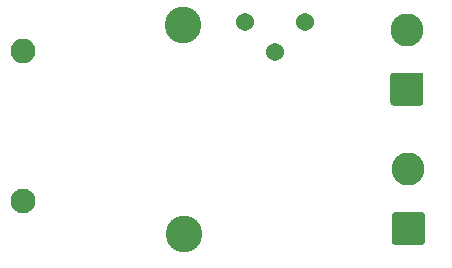
<source format=gbr>
%TF.GenerationSoftware,KiCad,Pcbnew,5.99.0-unknown-20c1492~102~ubuntu18.04.1*%
%TF.CreationDate,2020-07-21T10:29:21+02:00*%
%TF.ProjectId,detect_current,64657465-6374-45f6-9375-7272656e742e,rev?*%
%TF.SameCoordinates,Original*%
%TF.FileFunction,Soldermask,Bot*%
%TF.FilePolarity,Negative*%
%FSLAX46Y46*%
G04 Gerber Fmt 4.6, Leading zero omitted, Abs format (unit mm)*
G04 Created by KiCad (PCBNEW 5.99.0-unknown-20c1492~102~ubuntu18.04.1) date 2020-07-21 10:29:21*
%MOMM*%
%LPD*%
G01*
G04 APERTURE LIST*
%ADD10C,1.540000*%
%ADD11C,3.100000*%
%ADD12O,2.100000X2.100000*%
%ADD13C,2.100000*%
%ADD14C,2.800000*%
G04 APERTURE END LIST*
D10*
%TO.C,RV1*%
X133400800Y-81737200D03*
X135940800Y-84277200D03*
X138480800Y-81737200D03*
%TD*%
D11*
%TO.C,REF\u002A\u002A*%
X128270000Y-99695000D03*
%TD*%
%TO.C,REF\u002A\u002A*%
X128206500Y-81978500D03*
%TD*%
D12*
%TO.C,CT-ZHT103*%
X114640707Y-84201000D03*
D13*
X114640707Y-96901000D03*
%TD*%
D14*
%TO.C,J2*%
X147256500Y-94250500D03*
G36*
G01*
X148396100Y-100650500D02*
X146116900Y-100650500D01*
G75*
G02*
X145856500Y-100390100I0J260400D01*
G01*
X145856500Y-98110900D01*
G75*
G02*
X146116900Y-97850500I260400J0D01*
G01*
X148396100Y-97850500D01*
G75*
G02*
X148656500Y-98110900I0J-260400D01*
G01*
X148656500Y-100390100D01*
G75*
G02*
X148396100Y-100650500I-260400J0D01*
G01*
G37*
%TD*%
%TO.C,J1*%
X147129500Y-82439500D03*
G36*
G01*
X148269100Y-88839500D02*
X145989900Y-88839500D01*
G75*
G02*
X145729500Y-88579100I0J260400D01*
G01*
X145729500Y-86299900D01*
G75*
G02*
X145989900Y-86039500I260400J0D01*
G01*
X148269100Y-86039500D01*
G75*
G02*
X148529500Y-86299900I0J-260400D01*
G01*
X148529500Y-88579100D01*
G75*
G02*
X148269100Y-88839500I-260400J0D01*
G01*
G37*
%TD*%
M02*

</source>
